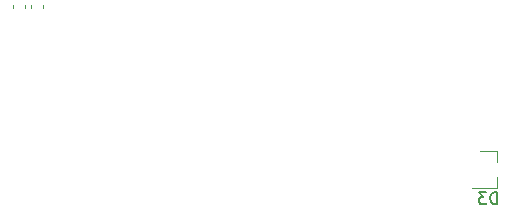
<source format=gbr>
%TF.GenerationSoftware,KiCad,Pcbnew,5.1.10-88a1d61d58~88~ubuntu20.04.1*%
%TF.CreationDate,2021-05-12T17:30:15+02:00*%
%TF.ProjectId,halfVoltageMosfetBoard,68616c66-566f-46c7-9461-67654d6f7366,rev?*%
%TF.SameCoordinates,Original*%
%TF.FileFunction,Legend,Bot*%
%TF.FilePolarity,Positive*%
%FSLAX46Y46*%
G04 Gerber Fmt 4.6, Leading zero omitted, Abs format (unit mm)*
G04 Created by KiCad (PCBNEW 5.1.10-88a1d61d58~88~ubuntu20.04.1) date 2021-05-12 17:30:15*
%MOMM*%
%LPD*%
G01*
G04 APERTURE LIST*
%ADD10C,0.120000*%
%ADD11C,0.150000*%
G04 APERTURE END LIST*
D10*
%TO.C,D3*%
X200510000Y-117920000D02*
X200510000Y-118850000D01*
X200510000Y-121080000D02*
X200510000Y-120150000D01*
X200510000Y-121080000D02*
X198350000Y-121080000D01*
X200510000Y-117920000D02*
X199050000Y-117920000D01*
%TO.C,C13*%
X160990000Y-105609420D02*
X160990000Y-105890580D01*
X162010000Y-105609420D02*
X162010000Y-105890580D01*
%TO.C,C14*%
X159490000Y-105609420D02*
X159490000Y-105890580D01*
X160510000Y-105609420D02*
X160510000Y-105890580D01*
%TO.C,D3*%
D11*
X200488095Y-122452380D02*
X200488095Y-121452380D01*
X200250000Y-121452380D01*
X200107142Y-121500000D01*
X200011904Y-121595238D01*
X199964285Y-121690476D01*
X199916666Y-121880952D01*
X199916666Y-122023809D01*
X199964285Y-122214285D01*
X200011904Y-122309523D01*
X200107142Y-122404761D01*
X200250000Y-122452380D01*
X200488095Y-122452380D01*
X199583333Y-121452380D02*
X198964285Y-121452380D01*
X199297619Y-121833333D01*
X199154761Y-121833333D01*
X199059523Y-121880952D01*
X199011904Y-121928571D01*
X198964285Y-122023809D01*
X198964285Y-122261904D01*
X199011904Y-122357142D01*
X199059523Y-122404761D01*
X199154761Y-122452380D01*
X199440476Y-122452380D01*
X199535714Y-122404761D01*
X199583333Y-122357142D01*
%TD*%
M02*

</source>
